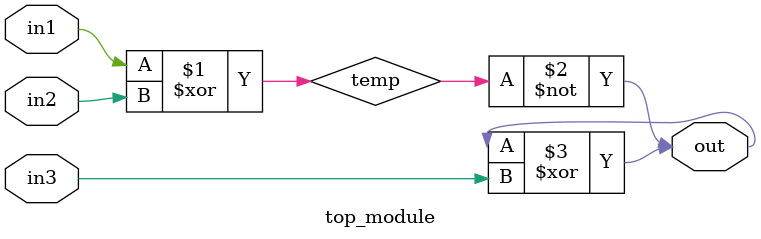
<source format=sv>
module top_module (
    input in1,
    input in2,
    input in3,
    output logic out
);

    logic temp;

    // Perform bitwise XOR on in1 and in2
    assign temp = in1 ^ in2;

    // Perform bitwise NOT on the result
    assign out = ~temp;

    // Perform bitwise XOR on the result and in3
    assign out = out ^ in3;

endmodule

</source>
